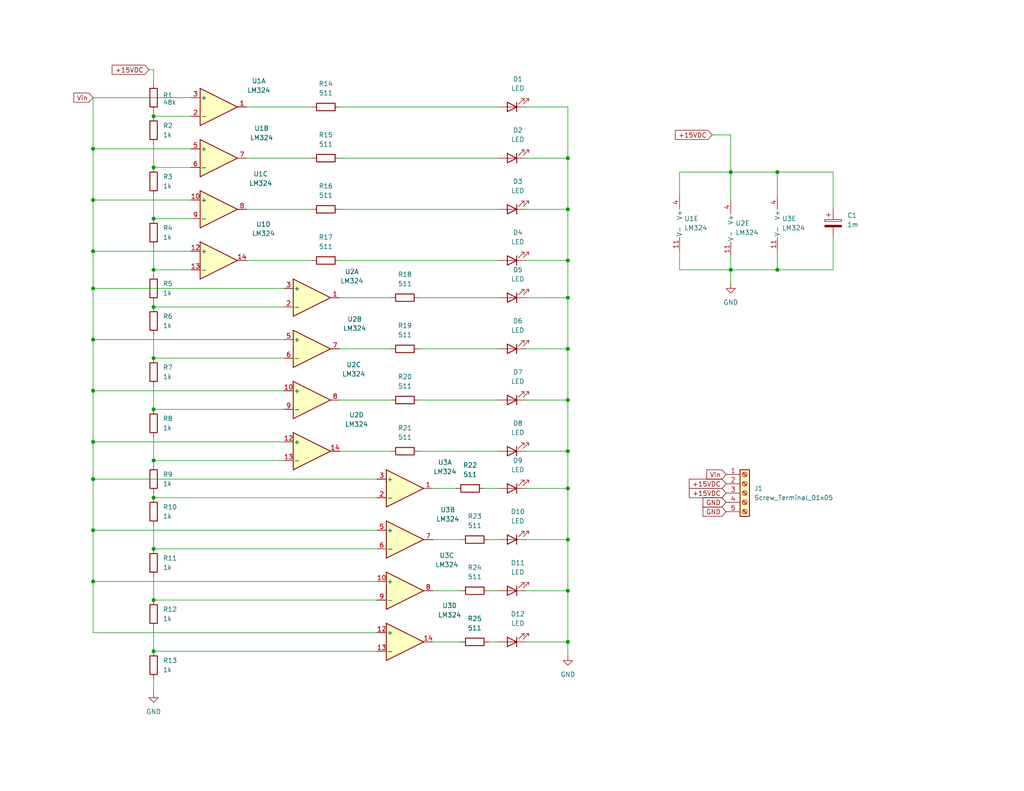
<source format=kicad_sch>
(kicad_sch (version 20231120) (generator "eeschema") (generator_version "8.0")
  (paper "USLetter")
  (title_block (title "LED level comperator") (date "2024-07-09") (company "Hina Suzuki, National Radio Astronomy Observatory") (comment 1 "Same resistor values for R2-R13 -> Linear response") (comment 2 "Linear resistor value change -> log/nonlinear response"))
  (lib_symbols
    (symbol "Amplifier_Operational:LM324" (pin_names (offset 0.127))
      (property "Reference" "U" (at 0 5.08 0))
      (property "Value" "LM324" (at 0 -5.08 0))
      (symbol "LM324_1_1"
        (polyline (pts (xy -5.08 5.08) (xy 5.08 0) (xy -5.08 -5.08) (xy -5.08 5.08)) (stroke (width 0.254)) (fill (type background)))
        (pin output line (at 7.62 0 180) (length 2.54) (name "~") (number "1"))
        (pin input line (at -7.62 -2.54 0) (length 2.54) (name "-") (number "2"))
        (pin input line (at -7.62 2.54 0) (length 2.54) (name "+") (number "3"))
      )
      (symbol "LM324_2_1"
        (polyline (pts (xy -5.08 5.08) (xy 5.08 0) (xy -5.08 -5.08) (xy -5.08 5.08)) (stroke (width 0.254)) (fill (type background)))
        (pin input line (at -7.62 2.54 0) (length 2.54) (name "+") (number "5"))
        (pin input line (at -7.62 -2.54 0) (length 2.54) (name "-") (number "6"))
        (pin output line (at 7.62 0 180) (length 2.54) (name "~") (number "7"))
      )
      (symbol "LM324_3_1"
        (polyline (pts (xy -5.08 5.08) (xy 5.08 0) (xy -5.08 -5.08) (xy -5.08 5.08)) (stroke (width 0.254)) (fill (type background)))
        (pin input line (at -7.62 2.54 0) (length 2.54) (name "+") (number "10"))
        (pin output line (at 7.62 0 180) (length 2.54) (name "~") (number "8"))
        (pin input line (at -7.62 -2.54 0) (length 2.54) (name "-") (number "9"))
      )
      (symbol "LM324_4_1"
        (polyline (pts (xy -5.08 5.08) (xy 5.08 0) (xy -5.08 -5.08) (xy -5.08 5.08)) (stroke (width 0.254)) (fill (type background)))
        (pin input line (at -7.62 2.54 0) (length 2.54) (name "+") (number "12"))
        (pin input line (at -7.62 -2.54 0) (length 2.54) (name "-") (number "13"))
        (pin output line (at 7.62 0 180) (length 2.54) (name "~") (number "14"))
      )
      (symbol "LM324_5_1"
        (pin power_in line (at -2.54 -7.62 90) (length 3.81) (name "V-") (number "11"))
        (pin power_in line (at -2.54 7.62 270) (length 3.81) (name "V+") (number "4"))
      )
    )
    (symbol "Connector:Screw_Terminal_01x05" (pin_names (offset 1.016) hide)
      (property "Reference" "J" (at 0 7.62 0))
      (property "Value" "Screw_Terminal_01x05" (at 0 -7.62 0))
      (symbol "Screw_Terminal_01x05_1_1"
        (rectangle (start -1.27 6.35) (end 1.27 -6.35) (stroke (width 0.254)) (fill (type background)))
        (circle (center 0 -5.08) (radius 0.635) (stroke (width 0.1524)))
        (circle (center 0 -2.54) (radius 0.635) (stroke (width 0.1524)))
        (polyline (pts (xy -0.5334 -4.7498) (xy 0.3302 -5.588)) (stroke (width 0.1524)))
        (polyline (pts (xy -0.5334 -2.2098) (xy 0.3302 -3.048)) (stroke (width 0.1524)))
        (polyline (pts (xy -0.5334 0.3302) (xy 0.3302 -0.508)) (stroke (width 0.1524)))
        (polyline (pts (xy -0.5334 2.8702) (xy 0.3302 2.032)) (stroke (width 0.1524)))
        (polyline (pts (xy -0.5334 5.4102) (xy 0.3302 4.572)) (stroke (width 0.1524)))
        (polyline (pts (xy -0.3556 -4.572) (xy 0.508 -5.4102)) (stroke (width 0.1524)))
        (polyline (pts (xy -0.3556 -2.032) (xy 0.508 -2.8702)) (stroke (width 0.1524)))
        (polyline (pts (xy -0.3556 0.508) (xy 0.508 -0.3302)) (stroke (width 0.1524)))
        (polyline (pts (xy -0.3556 3.048) (xy 0.508 2.2098)) (stroke (width 0.1524)))
        (polyline (pts (xy -0.3556 5.588) (xy 0.508 4.7498)) (stroke (width 0.1524)))
        (circle (center 0 0) (radius 0.635) (stroke (width 0.1524)))
        (circle (center 0 2.54) (radius 0.635) (stroke (width 0.1524)))
        (circle (center 0 5.08) (radius 0.635) (stroke (width 0.1524)))
        (pin passive line (at -5.08 5.08 0) (length 3.81) (name "Pin_1") (number "1"))
        (pin passive line (at -5.08 2.54 0) (length 3.81) (name "Pin_2") (number "2"))
        (pin passive line (at -5.08 0 0) (length 3.81) (name "Pin_3") (number "3"))
        (pin passive line (at -5.08 -2.54 0) (length 3.81) (name "Pin_4") (number "4"))
        (pin passive line (at -5.08 -5.08 0) (length 3.81) (name "Pin_5") (number "5"))
      )
    )
    (symbol "Device:C_Polarized" (pin_numbers hide) (pin_names (offset 0.254))
      (property "Reference" "C" (at 0.635 2.54 0))
      (property "Value" "C_Polarized" (at 0.635 -2.54 0))
      (symbol "C_Polarized_0_1"
        (rectangle (start -2.286 0.508) (end 2.286 1.016))
        (polyline (pts (xy -1.778 2.286) (xy -0.762 2.286)))
        (polyline (pts (xy -1.27 2.794) (xy -1.27 1.778)))
        (rectangle (start 2.286 -0.508) (end -2.286 -1.016) (fill (type outline)))
      )
      (symbol "C_Polarized_1_1"
        (pin passive line (at 0 3.81 270) (length 2.794) (name "~") (number "1"))
        (pin passive line (at 0 -3.81 90) (length 2.794) (name "~") (number "2"))
      )
    )
    (symbol "Device:LED" (pin_numbers hide) (pin_names (offset 1.016) hide)
      (property "Reference" "D" (at 0 2.54 0))
      (property "Value" "LED" (at 0 -2.54 0))
      (symbol "LED_0_1"
        (polyline (pts (xy -1.27 -1.27) (xy -1.27 1.27)) (stroke (width 0.254)))
        (polyline (pts (xy -1.27 0) (xy 1.27 0)))
        (polyline (pts (xy 1.27 -1.27) (xy 1.27 1.27) (xy -1.27 0) (xy 1.27 -1.27)) (stroke (width 0.254)))
        (polyline (pts (xy -3.048 -0.762) (xy -4.572 -2.286) (xy -3.81 -2.286) (xy -4.572 -2.286) (xy -4.572 -1.524)))
        (polyline (pts (xy -1.778 -0.762) (xy -3.302 -2.286) (xy -2.54 -2.286) (xy -3.302 -2.286) (xy -3.302 -1.524)))
      )
      (symbol "LED_1_1"
        (pin passive line (at -3.81 0 0) (length 2.54) (name "K") (number "1"))
        (pin passive line (at 3.81 0 180) (length 2.54) (name "A") (number "2"))
      )
    )
    (symbol "Device:R" (pin_numbers hide) (pin_names (offset 0))
      (property "Reference" "R" (at 2.032 0 90))
      (property "Value" "R" (at 0 0 90))
      (symbol "R_0_1"
        (rectangle (start -1.016 -2.54) (end 1.016 2.54) (stroke (width 0.254)))
      )
      (symbol "R_1_1"
        (pin passive line (at 0 3.81 270) (length 1.27) (name "~") (number "1"))
        (pin passive line (at 0 -3.81 90) (length 1.27) (name "~") (number "2"))
      )
    )
    (symbol "power:GND" (power) (pin_numbers hide) (pin_names (offset 0) hide)
      (property "Value" "GND" (at 0 -3.81 0))
      (symbol "GND_0_1"
        (polyline (pts (xy 0 0) (xy 0 -1.27) (xy 1.27 -1.27) (xy 0 -2.54) (xy -1.27 -1.27) (xy 0 -1.27)))
      )
      (symbol "GND_1_1"
        (pin power_in line (at 0 0 270) (length 0) (name "~") (number "1"))
      )
    )
  )
  (junction (at 154.94 81.28))
  (junction (at 199.39 46.99))
  (junction (at 41.91 149.86))
  (junction (at 154.94 123.19))
  (junction (at 25.4 130.81))
  (junction (at 41.91 83.82))
  (junction (at 154.94 147.32))
  (junction (at 212.09 73.66))
  (junction (at 41.91 73.66))
  (junction (at 41.91 97.79))
  (junction (at 41.91 45.72))
  (junction (at 41.91 59.69))
  (junction (at 154.94 95.25))
  (junction (at 41.91 111.76))
  (junction (at 25.4 68.58))
  (junction (at 154.94 133.35))
  (junction (at 154.94 161.29))
  (junction (at 154.94 57.15))
  (junction (at 25.4 106.68))
  (junction (at 25.4 120.65))
  (junction (at 41.91 177.8))
  (junction (at 199.39 73.66))
  (junction (at 41.91 163.83))
  (junction (at 154.94 175.26))
  (junction (at 41.91 125.73))
  (junction (at 41.91 31.75))
  (junction (at 25.4 54.61))
  (junction (at 25.4 92.71))
  (junction (at 25.4 158.75))
  (junction (at 25.4 144.78))
  (junction (at 154.94 71.12))
  (junction (at 25.4 78.74))
  (junction (at 25.4 40.64))
  (junction (at 154.94 43.18))
  (junction (at 154.94 109.22))
  (junction (at 41.91 135.89))
  (junction (at 212.09 46.99))
  (wire (pts (xy 41.91 125.73) (xy 41.91 127)))
  (wire (pts (xy 41.91 39.37) (xy 41.91 45.72)))
  (wire (pts (xy 199.39 69.85) (xy 199.39 73.66)))
  (wire (pts (xy 41.91 19.05) (xy 41.91 22.86)))
  (wire (pts (xy 92.71 43.18) (xy 135.89 43.18)))
  (wire (pts (xy 154.94 109.22) (xy 154.94 95.25)))
  (wire (pts (xy 118.11 147.32) (xy 125.73 147.32)))
  (wire (pts (xy 92.71 95.25) (xy 106.68 95.25)))
  (wire (pts (xy 154.94 161.29) (xy 154.94 147.32)))
  (wire (pts (xy 143.51 29.21) (xy 154.94 29.21)))
  (wire (pts (xy 25.4 144.78) (xy 25.4 158.75)))
  (wire (pts (xy 41.91 83.82) (xy 77.47 83.82)))
  (wire (pts (xy 133.35 175.26) (xy 135.89 175.26)))
  (wire (pts (xy 25.4 78.74) (xy 77.47 78.74)))
  (wire (pts (xy 143.51 71.12) (xy 154.94 71.12)))
  (wire (pts (xy 41.91 157.48) (xy 41.91 163.83)))
  (wire (pts (xy 212.09 46.99) (xy 199.39 46.99)))
  (wire (pts (xy 25.4 158.75) (xy 25.4 172.72)))
  (wire (pts (xy 25.4 158.75) (xy 102.87 158.75)))
  (wire (pts (xy 154.94 123.19) (xy 154.94 109.22)))
  (wire (pts (xy 41.91 149.86) (xy 102.87 149.86)))
  (wire (pts (xy 143.51 43.18) (xy 154.94 43.18)))
  (wire (pts (xy 25.4 144.78) (xy 102.87 144.78)))
  (wire (pts (xy 25.4 78.74) (xy 25.4 92.71)))
  (wire (pts (xy 132.08 133.35) (xy 135.89 133.35)))
  (wire (pts (xy 25.4 40.64) (xy 25.4 54.61)))
  (wire (pts (xy 25.4 106.68) (xy 77.47 106.68)))
  (wire (pts (xy 154.94 175.26) (xy 154.94 161.29)))
  (wire (pts (xy 227.33 64.77) (xy 227.33 73.66)))
  (wire (pts (xy 25.4 54.61) (xy 52.07 54.61)))
  (wire (pts (xy 194.31 36.83) (xy 199.39 36.83)))
  (wire (pts (xy 227.33 57.15) (xy 227.33 46.99)))
  (wire (pts (xy 199.39 46.99) (xy 199.39 54.61)))
  (wire (pts (xy 41.91 135.89) (xy 102.87 135.89)))
  (wire (pts (xy 154.94 57.15) (xy 154.94 43.18)))
  (wire (pts (xy 41.91 105.41) (xy 41.91 111.76)))
  (wire (pts (xy 92.71 123.19) (xy 106.68 123.19)))
  (wire (pts (xy 143.51 133.35) (xy 154.94 133.35)))
  (wire (pts (xy 114.3 123.19) (xy 135.89 123.19)))
  (wire (pts (xy 154.94 133.35) (xy 154.94 123.19)))
  (wire (pts (xy 52.07 31.75) (xy 41.91 31.75)))
  (wire (pts (xy 25.4 120.65) (xy 25.4 130.81)))
  (wire (pts (xy 143.51 175.26) (xy 154.94 175.26)))
  (wire (pts (xy 25.4 172.72) (xy 102.87 172.72)))
  (wire (pts (xy 92.71 109.22) (xy 106.68 109.22)))
  (wire (pts (xy 102.87 163.83) (xy 41.91 163.83)))
  (wire (pts (xy 143.51 57.15) (xy 154.94 57.15)))
  (wire (pts (xy 212.09 68.58) (xy 212.09 73.66)))
  (wire (pts (xy 185.42 46.99) (xy 185.42 53.34)))
  (wire (pts (xy 25.4 130.81) (xy 102.87 130.81)))
  (wire (pts (xy 41.91 45.72) (xy 52.07 45.72)))
  (wire (pts (xy 114.3 109.22) (xy 135.89 109.22)))
  (wire (pts (xy 118.11 133.35) (xy 124.46 133.35)))
  (wire (pts (xy 25.4 130.81) (xy 25.4 144.78)))
  (wire (pts (xy 41.91 177.8) (xy 102.87 177.8)))
  (wire (pts (xy 41.91 134.62) (xy 41.91 135.89)))
  (wire (pts (xy 25.4 92.71) (xy 25.4 106.68)))
  (wire (pts (xy 41.91 73.66) (xy 41.91 74.93)))
  (wire (pts (xy 199.39 36.83) (xy 199.39 46.99)))
  (wire (pts (xy 67.31 43.18) (xy 85.09 43.18)))
  (wire (pts (xy 199.39 73.66) (xy 185.42 73.66)))
  (wire (pts (xy 212.09 73.66) (xy 199.39 73.66)))
  (wire (pts (xy 92.71 71.12) (xy 135.89 71.12)))
  (wire (pts (xy 92.71 29.21) (xy 135.89 29.21)))
  (wire (pts (xy 212.09 46.99) (xy 212.09 53.34)))
  (wire (pts (xy 133.35 147.32) (xy 135.89 147.32)))
  (wire (pts (xy 92.71 81.28) (xy 106.68 81.28)))
  (wire (pts (xy 67.31 29.21) (xy 85.09 29.21)))
  (wire (pts (xy 185.42 68.58) (xy 185.42 73.66)))
  (wire (pts (xy 199.39 46.99) (xy 185.42 46.99)))
  (wire (pts (xy 25.4 54.61) (xy 25.4 68.58)))
  (wire (pts (xy 114.3 95.25) (xy 135.89 95.25)))
  (wire (pts (xy 199.39 73.66) (xy 199.39 77.47)))
  (wire (pts (xy 25.4 68.58) (xy 52.07 68.58)))
  (wire (pts (xy 143.51 81.28) (xy 154.94 81.28)))
  (wire (pts (xy 25.4 26.67) (xy 25.4 40.64)))
  (wire (pts (xy 143.51 147.32) (xy 154.94 147.32)))
  (wire (pts (xy 143.51 109.22) (xy 154.94 109.22)))
  (wire (pts (xy 67.31 57.15) (xy 85.09 57.15)))
  (wire (pts (xy 41.91 91.44) (xy 41.91 97.79)))
  (wire (pts (xy 154.94 81.28) (xy 154.94 71.12)))
  (wire (pts (xy 154.94 95.25) (xy 154.94 81.28)))
  (wire (pts (xy 41.91 30.48) (xy 41.91 31.75)))
  (wire (pts (xy 25.4 106.68) (xy 25.4 120.65)))
  (wire (pts (xy 25.4 68.58) (xy 25.4 78.74)))
  (wire (pts (xy 154.94 71.12) (xy 154.94 57.15)))
  (wire (pts (xy 227.33 46.99) (xy 212.09 46.99)))
  (wire (pts (xy 118.11 161.29) (xy 125.73 161.29)))
  (wire (pts (xy 143.51 95.25) (xy 154.94 95.25)))
  (wire (pts (xy 52.07 26.67) (xy 25.4 26.67)))
  (wire (pts (xy 143.51 123.19) (xy 154.94 123.19)))
  (wire (pts (xy 41.91 119.38) (xy 41.91 125.73)))
  (wire (pts (xy 25.4 120.65) (xy 77.47 120.65)))
  (wire (pts (xy 154.94 147.32) (xy 154.94 133.35)))
  (wire (pts (xy 227.33 73.66) (xy 212.09 73.66)))
  (wire (pts (xy 25.4 40.64) (xy 52.07 40.64)))
  (wire (pts (xy 118.11 175.26) (xy 125.73 175.26)))
  (wire (pts (xy 154.94 43.18) (xy 154.94 29.21)))
  (wire (pts (xy 41.91 67.31) (xy 41.91 73.66)))
  (wire (pts (xy 41.91 73.66) (xy 52.07 73.66)))
  (wire (pts (xy 133.35 161.29) (xy 135.89 161.29)))
  (wire (pts (xy 41.91 111.76) (xy 77.47 111.76)))
  (wire (pts (xy 40.64 19.05) (xy 41.91 19.05)))
  (wire (pts (xy 114.3 81.28) (xy 135.89 81.28)))
  (wire (pts (xy 67.31 71.12) (xy 85.09 71.12)))
  (wire (pts (xy 41.91 97.79) (xy 77.47 97.79)))
  (wire (pts (xy 41.91 82.55) (xy 41.91 83.82)))
  (wire (pts (xy 41.91 143.51) (xy 41.91 149.86)))
  (wire (pts (xy 41.91 125.73) (xy 77.47 125.73)))
  (wire (pts (xy 41.91 171.45) (xy 41.91 177.8)))
  (wire (pts (xy 92.71 57.15) (xy 135.89 57.15)))
  (wire (pts (xy 41.91 185.42) (xy 41.91 189.23)))
  (wire (pts (xy 77.47 92.71) (xy 25.4 92.71)))
  (wire (pts (xy 143.51 161.29) (xy 154.94 161.29)))
  (wire (pts (xy 41.91 53.34) (xy 41.91 59.69)))
  (wire (pts (xy 41.91 59.69) (xy 52.07 59.69)))
  (wire (pts (xy 154.94 179.07) (xy 154.94 175.26)))
  (global_label "+15VDC" (shape input) (at 198.12 132.08 180) (property "Intersheetrefs" "${INTERSHEET_REFS}" (effects (hide yes))))
  (global_label "Vin" (shape input) (at 25.4 26.67 180) (property "Intersheetrefs" "${INTERSHEET_REFS}" (effects (hide yes))))
  (global_label "+15VDC" (shape input) (at 40.64 19.05 180) (property "Intersheetrefs" "${INTERSHEET_REFS}" (effects (hide yes))))
  (global_label "+15VDC" (shape input) (at 194.31 36.83 180) (property "Intersheetrefs" "${INTERSHEET_REFS}" (effects (hide yes))))
  (global_label "GND" (shape input) (at 198.12 137.16 180) (property "Intersheetrefs" "${INTERSHEET_REFS}" (effects (hide yes))))
  (global_label "Vin" (shape input) (at 198.12 129.54 180) (property "Intersheetrefs" "${INTERSHEET_REFS}" (effects (hide yes))))
  (global_label "GND" (shape input) (at 198.12 139.7 180) (property "Intersheetrefs" "${INTERSHEET_REFS}" (effects (hide yes))))
  (global_label "+15VDC" (shape input) (at 198.12 134.62 180) (property "Intersheetrefs" "${INTERSHEET_REFS}" (effects (hide yes))))
  (symbol (lib_id "Amplifier_Operational:LM324") (at 110.49 147.32 0) (unit 2)
    (property "Reference" "U3" (at 122.174 139.192 0))
    (property "Value" "LM324" (at 122.174 141.732 0))
    (property "Footprint" "Package_DIP:DIP-14_W7.62mm" (effects (hide yes)))
    (property "Datasheet" "http://www.ti.com/lit/ds/symlink/lm2902-n.pdf" (effects (hide yes)))
    (property "Description" "Low-Power, Quad-Operational Amplifiers, DIP-14/SOIC-14/SSOP-14" (effects (hide yes)))
  )
  (symbol (lib_id "Device:R") (at 41.91 35.56 0) (unit 1)
    (property "Reference" "R2" (at 44.45 34.2899 0) (effects (justify left)))
    (property "Value" "1k" (at 44.45 36.8299 0) (effects (justify left)))
    (property "Footprint" "Resistor_SMD:R_0805_2012Metric_Pad1.20x1.40mm_HandSolder" (effects (hide yes)))
    (property "Description" "Resistor" (effects (hide yes)))
  )
  (symbol (lib_id "Device:R") (at 41.91 115.57 0) (unit 1)
    (property "Reference" "R8" (at 44.45 114.2999 0) (effects (justify left)))
    (property "Value" "1k" (at 44.45 116.8399 0) (effects (justify left)))
    (property "Footprint" "Resistor_SMD:R_0805_2012Metric_Pad1.20x1.40mm_HandSolder" (effects (hide yes)))
    (property "Description" "Resistor" (effects (hide yes)))
  )
  (symbol (lib_id "Device:R") (at 110.49 109.22 90) (unit 1)
    (property "Reference" "R20" (at 110.49 102.87 90))
    (property "Value" "511" (at 110.49 105.41 90))
    (property "Footprint" "Resistor_SMD:R_0805_2012Metric_Pad1.20x1.40mm_HandSolder" (effects (hide yes)))
    (property "Description" "Resistor" (effects (hide yes)))
  )
  (symbol (lib_id "Amplifier_Operational:LM324") (at 85.09 95.25 0) (unit 2)
    (property "Reference" "U2" (at 96.774 87.122 0))
    (property "Value" "LM324" (at 96.774 89.662 0))
    (property "Footprint" "Package_DIP:DIP-14_W7.62mm" (effects (hide yes)))
    (property "Datasheet" "http://www.ti.com/lit/ds/symlink/lm2902-n.pdf" (effects (hide yes)))
    (property "Description" "Low-Power, Quad-Operational Amplifiers, DIP-14/SOIC-14/SSOP-14" (effects (hide yes)))
  )
  (symbol (lib_id "Device:LED") (at 139.7 175.26 180) (unit 1)
    (property "Reference" "D12" (at 141.2875 167.64 0))
    (property "Value" "LED" (at 141.2875 170.18 0))
    (property "Footprint" "LED_THT:LED_D5.0mm" (effects (hide yes)))
    (property "Description" "Light emitting diode" (effects (hide yes)))
  )
  (symbol (lib_id "Amplifier_Operational:LM324") (at 85.09 81.28 0) (unit 1)
    (property "Reference" "U2" (at 96.012 74.168 0))
    (property "Value" "LM324" (at 96.012 76.708 0))
    (property "Footprint" "Package_DIP:DIP-14_W7.62mm" (effects (hide yes)))
    (property "Datasheet" "http://www.ti.com/lit/ds/symlink/lm2902-n.pdf" (effects (hide yes)))
    (property "Description" "Low-Power, Quad-Operational Amplifiers, DIP-14/SOIC-14/SSOP-14" (effects (hide yes)))
  )
  (symbol (lib_id "Amplifier_Operational:LM324") (at 59.69 57.15 0) (unit 3)
    (property "Reference" "U1" (at 71.12 47.498 0))
    (property "Value" "LM324" (at 71.12 50.038 0))
    (property "Footprint" "Package_DIP:DIP-14_W7.62mm" (effects (hide yes)))
    (property "Datasheet" "http://www.ti.com/lit/ds/symlink/lm2902-n.pdf" (effects (hide yes)))
    (property "Description" "Low-Power, Quad-Operational Amplifiers, DIP-14/SOIC-14/SSOP-14" (effects (hide yes)))
  )
  (symbol (lib_id "Device:LED") (at 139.7 29.21 180) (unit 1)
    (property "Reference" "D1" (at 141.2875 21.59 0))
    (property "Value" "LED" (at 141.2875 24.13 0))
    (property "Footprint" "LED_THT:LED_D5.0mm" (effects (hide yes)))
    (property "Description" "Light emitting diode" (effects (hide yes)))
  )
  (symbol (lib_id "Device:R") (at 129.54 147.32 90) (unit 1)
    (property "Reference" "R23" (at 129.54 140.97 90))
    (property "Value" "511" (at 129.54 143.51 90))
    (property "Footprint" "Resistor_SMD:R_0805_2012Metric_Pad1.20x1.40mm_HandSolder" (effects (hide yes)))
    (property "Description" "Resistor" (effects (hide yes)))
  )
  (symbol (lib_id "Device:LED") (at 139.7 43.18 180) (unit 1)
    (property "Reference" "D2" (at 141.2875 35.56 0))
    (property "Value" "LED" (at 141.2875 38.1 0))
    (property "Footprint" "LED_THT:LED_D5.0mm" (effects (hide yes)))
    (property "Description" "Light emitting diode" (effects (hide yes)))
  )
  (symbol (lib_id "power:GND") (at 199.39 77.47 0) (unit 1)
    (property "Reference" "#PWR02" (effects (hide yes)))
    (property "Value" "GND" (at 199.39 82.55 0))
    (property "Description" "Power symbol creates a global label with name \"GND\" , ground" (effects (hide yes)))
  )
  (symbol (lib_id "Device:R") (at 41.91 139.7 0) (unit 1)
    (property "Reference" "R10" (at 44.45 138.4299 0) (effects (justify left)))
    (property "Value" "1k" (at 44.45 140.9699 0) (effects (justify left)))
    (property "Footprint" "Resistor_SMD:R_0805_2012Metric_Pad1.20x1.40mm_HandSolder" (effects (hide yes)))
    (property "Description" "Resistor" (effects (hide yes)))
  )
  (symbol (lib_id "Device:C_Polarized") (at 227.33 60.96 0) (unit 1)
    (property "Reference" "C1" (at 231.14 58.8009 0) (effects (justify left)))
    (property "Value" "1m" (at 231.14 61.3409 0) (effects (justify left)))
    (property "Footprint" "Capacitor_THT:CP_Radial_D10.0mm_P5.00mm" (effects (hide yes)))
    (property "Description" "Polarized capacitor" (effects (hide yes)))
  )
  (symbol (lib_id "Amplifier_Operational:LM324") (at 187.96 60.96 0) (unit 5)
    (property "Reference" "U1" (at 186.69 59.6899 0) (effects (justify left)))
    (property "Value" "LM324" (at 186.69 62.2299 0) (effects (justify left)))
    (property "Footprint" "Package_DIP:DIP-14_W7.62mm" (effects (hide yes)))
    (property "Datasheet" "http://www.ti.com/lit/ds/symlink/lm2902-n.pdf" (effects (hide yes)))
    (property "Description" "Low-Power, Quad-Operational Amplifiers, DIP-14/SOIC-14/SSOP-14" (effects (hide yes)))
  )
  (symbol (lib_id "Device:R") (at 41.91 130.81 0) (unit 1)
    (property "Reference" "R9" (at 44.45 129.5399 0) (effects (justify left)))
    (property "Value" "1k" (at 44.45 132.0799 0) (effects (justify left)))
    (property "Footprint" "Resistor_SMD:R_0805_2012Metric_Pad1.20x1.40mm_HandSolder" (effects (hide yes)))
    (property "Description" "Resistor" (effects (hide yes)))
  )
  (symbol (lib_id "Amplifier_Operational:LM324") (at 85.09 109.22 0) (unit 3)
    (property "Reference" "U2" (at 96.52 99.568 0))
    (property "Value" "LM324" (at 96.52 102.108 0))
    (property "Footprint" "Package_DIP:DIP-14_W7.62mm" (effects (hide yes)))
    (property "Datasheet" "http://www.ti.com/lit/ds/symlink/lm2902-n.pdf" (effects (hide yes)))
    (property "Description" "Low-Power, Quad-Operational Amplifiers, DIP-14/SOIC-14/SSOP-14" (effects (hide yes)))
  )
  (symbol (lib_id "Device:R") (at 129.54 161.29 90) (unit 1)
    (property "Reference" "R24" (at 129.54 154.94 90))
    (property "Value" "511" (at 129.54 157.48 90))
    (property "Footprint" "Resistor_SMD:R_0805_2012Metric_Pad1.20x1.40mm_HandSolder" (effects (hide yes)))
    (property "Description" "Resistor" (effects (hide yes)))
  )
  (symbol (lib_id "Device:R") (at 41.91 101.6 0) (unit 1)
    (property "Reference" "R7" (at 44.45 100.3299 0) (effects (justify left)))
    (property "Value" "1k" (at 44.45 102.8699 0) (effects (justify left)))
    (property "Footprint" "Resistor_SMD:R_0805_2012Metric_Pad1.20x1.40mm_HandSolder" (effects (hide yes)))
    (property "Description" "Resistor" (effects (hide yes)))
  )
  (symbol (lib_id "Device:R") (at 41.91 87.63 0) (unit 1)
    (property "Reference" "R6" (at 44.45 86.3599 0) (effects (justify left)))
    (property "Value" "1k" (at 44.45 88.8999 0) (effects (justify left)))
    (property "Footprint" "Resistor_SMD:R_0805_2012Metric_Pad1.20x1.40mm_HandSolder" (effects (hide yes)))
    (property "Description" "Resistor" (effects (hide yes)))
  )
  (symbol (lib_id "Device:R") (at 110.49 95.25 90) (unit 1)
    (property "Reference" "R19" (at 110.49 88.9 90))
    (property "Value" "511" (at 110.49 91.44 90))
    (property "Footprint" "Resistor_SMD:R_0805_2012Metric_Pad1.20x1.40mm_HandSolder" (effects (hide yes)))
    (property "Description" "Resistor" (effects (hide yes)))
  )
  (symbol (lib_id "Device:R") (at 88.9 43.18 90) (unit 1)
    (property "Reference" "R15" (at 88.9 36.83 90))
    (property "Value" "511" (at 88.9 39.37 90))
    (property "Footprint" "Resistor_SMD:R_0805_2012Metric_Pad1.20x1.40mm_HandSolder" (effects (hide yes)))
    (property "Description" "Resistor" (effects (hide yes)))
  )
  (symbol (lib_id "Device:R") (at 128.27 133.35 90) (unit 1)
    (property "Reference" "R22" (at 128.27 127 90))
    (property "Value" "511" (at 128.27 129.54 90))
    (property "Footprint" "Resistor_SMD:R_0805_2012Metric_Pad1.20x1.40mm_HandSolder" (effects (hide yes)))
    (property "Description" "Resistor" (effects (hide yes)))
  )
  (symbol (lib_id "Device:R") (at 110.49 123.19 90) (unit 1)
    (property "Reference" "R21" (at 110.49 116.84 90))
    (property "Value" "511" (at 110.49 119.38 90))
    (property "Footprint" "Resistor_SMD:R_0805_2012Metric_Pad1.20x1.40mm_HandSolder" (effects (hide yes)))
    (property "Description" "Resistor" (effects (hide yes)))
  )
  (symbol (lib_id "Device:R") (at 41.91 78.74 0) (unit 1)
    (property "Reference" "R5" (at 44.45 77.4699 0) (effects (justify left)))
    (property "Value" "1k" (at 44.45 80.0099 0) (effects (justify left)))
    (property "Footprint" "Resistor_SMD:R_0805_2012Metric_Pad1.20x1.40mm_HandSolder" (effects (hide yes)))
    (property "Description" "Resistor" (effects (hide yes)))
  )
  (symbol (lib_id "Amplifier_Operational:LM324") (at 110.49 133.35 0) (unit 1)
    (property "Reference" "U3" (at 121.412 126.238 0))
    (property "Value" "LM324" (at 121.412 128.778 0))
    (property "Footprint" "Package_DIP:DIP-14_W7.62mm" (effects (hide yes)))
    (property "Datasheet" "http://www.ti.com/lit/ds/symlink/lm2902-n.pdf" (effects (hide yes)))
    (property "Description" "Low-Power, Quad-Operational Amplifiers, DIP-14/SOIC-14/SSOP-14" (effects (hide yes)))
  )
  (symbol (lib_id "Device:LED") (at 139.7 71.12 180) (unit 1)
    (property "Reference" "D4" (at 141.2875 63.5 0))
    (property "Value" "LED" (at 141.2875 66.04 0))
    (property "Footprint" "LED_THT:LED_D5.0mm" (effects (hide yes)))
    (property "Description" "Light emitting diode" (effects (hide yes)))
  )
  (symbol (lib_id "Device:R") (at 88.9 29.21 90) (unit 1)
    (property "Reference" "R14" (at 88.9 22.86 90))
    (property "Value" "511" (at 88.9 25.4 90))
    (property "Footprint" "Resistor_SMD:R_0805_2012Metric_Pad1.20x1.40mm_HandSolder" (effects (hide yes)))
    (property "Description" "Resistor" (effects (hide yes)))
  )
  (symbol (lib_id "Amplifier_Operational:LM324") (at 59.69 43.18 0) (unit 2)
    (property "Reference" "U1" (at 71.374 35.052 0))
    (property "Value" "LM324" (at 71.374 37.592 0))
    (property "Footprint" "Package_DIP:DIP-14_W7.62mm" (effects (hide yes)))
    (property "Datasheet" "http://www.ti.com/lit/ds/symlink/lm2902-n.pdf" (effects (hide yes)))
    (property "Description" "Low-Power, Quad-Operational Amplifiers, DIP-14/SOIC-14/SSOP-14" (effects (hide yes)))
  )
  (symbol (lib_id "Amplifier_Operational:LM324") (at 59.69 29.21 0) (unit 1)
    (property "Reference" "U1" (at 70.612 22.098 0))
    (property "Value" "LM324" (at 70.612 24.638 0))
    (property "Footprint" "Package_DIP:DIP-14_W7.62mm" (effects (hide yes)))
    (property "Datasheet" "http://www.ti.com/lit/ds/symlink/lm2902-n.pdf" (effects (hide yes)))
    (property "Description" "Low-Power, Quad-Operational Amplifiers, DIP-14/SOIC-14/SSOP-14" (effects (hide yes)))
  )
  (symbol (lib_id "Connector:Screw_Terminal_01x05") (at 203.2 134.62 0) (unit 1)
    (property "Reference" "J1" (at 205.74 133.3499 0) (effects (justify left)))
    (property "Value" "Screw_Terminal_01x05" (at 205.74 135.8899 0) (effects (justify left)))
    (property "Footprint" "TerminalBlock_Phoenix:TerminalBlock_Phoenix_MKDS-3-5-5.08_1x05_P5.08mm_Horizontal" (effects (hide yes)))
    (property "Description" "Generic screw terminal, single row, 01x05, script generated (kicad-library-utils/schlib/autogen/connector/)" (effects (hide yes)))
  )
  (symbol (lib_id "Device:R") (at 41.91 153.67 0) (unit 1)
    (property "Reference" "R11" (at 44.45 152.3999 0) (effects (justify left)))
    (property "Value" "1k" (at 44.45 154.9399 0) (effects (justify left)))
    (property "Footprint" "Resistor_SMD:R_0805_2012Metric_Pad1.20x1.40mm_HandSolder" (effects (hide yes)))
    (property "Description" "Resistor" (effects (hide yes)))
  )
  (symbol (lib_id "Amplifier_Operational:LM324") (at 214.63 60.96 0) (unit 5)
    (property "Reference" "U3" (at 213.36 59.6899 0) (effects (justify left)))
    (property "Value" "LM324" (at 213.36 62.2299 0) (effects (justify left)))
    (property "Footprint" "Package_DIP:DIP-14_W7.62mm" (effects (hide yes)))
    (property "Datasheet" "http://www.ti.com/lit/ds/symlink/lm2902-n.pdf" (effects (hide yes)))
    (property "Description" "Low-Power, Quad-Operational Amplifiers, DIP-14/SOIC-14/SSOP-14" (effects (hide yes)))
  )
  (symbol (lib_id "Device:R") (at 41.91 167.64 0) (unit 1)
    (property "Reference" "R12" (at 44.45 166.3699 0) (effects (justify left)))
    (property "Value" "1k" (at 44.45 168.9099 0) (effects (justify left)))
    (property "Footprint" "Resistor_SMD:R_0805_2012Metric_Pad1.20x1.40mm_HandSolder" (effects (hide yes)))
    (property "Description" "Resistor" (effects (hide yes)))
  )
  (symbol (lib_id "Device:LED") (at 139.7 95.25 180) (unit 1)
    (property "Reference" "D6" (at 141.2875 87.63 0))
    (property "Value" "LED" (at 141.2875 90.17 0))
    (property "Footprint" "LED_THT:LED_D5.0mm" (effects (hide yes)))
    (property "Description" "Light emitting diode" (effects (hide yes)))
  )
  (symbol (lib_id "Device:LED") (at 139.7 109.22 180) (unit 1)
    (property "Reference" "D7" (at 141.2875 101.6 0))
    (property "Value" "LED" (at 141.2875 104.14 0))
    (property "Footprint" "LED_THT:LED_D5.0mm" (effects (hide yes)))
    (property "Description" "Light emitting diode" (effects (hide yes)))
  )
  (symbol (lib_id "power:GND") (at 41.91 189.23 0) (unit 1)
    (property "Reference" "#PWR04" (effects (hide yes)))
    (property "Value" "GND" (at 41.91 194.31 0))
    (property "Description" "Power symbol creates a global label with name \"GND\" , ground" (effects (hide yes)))
  )
  (symbol (lib_id "Amplifier_Operational:LM324") (at 110.49 161.29 0) (unit 3)
    (property "Reference" "U3" (at 121.92 151.638 0))
    (property "Value" "LM324" (at 121.92 154.178 0))
    (property "Footprint" "Package_DIP:DIP-14_W7.62mm" (effects (hide yes)))
    (property "Datasheet" "http://www.ti.com/lit/ds/symlink/lm2902-n.pdf" (effects (hide yes)))
    (property "Description" "Low-Power, Quad-Operational Amplifiers, DIP-14/SOIC-14/SSOP-14" (effects (hide yes)))
  )
  (symbol (lib_id "Device:LED") (at 139.7 147.32 180) (unit 1)
    (property "Reference" "D10" (at 141.2875 139.7 0))
    (property "Value" "LED" (at 141.2875 142.24 0))
    (property "Footprint" "LED_THT:LED_D5.0mm" (effects (hide yes)))
    (property "Description" "Light emitting diode" (effects (hide yes)))
  )
  (symbol (lib_id "Device:R") (at 41.91 26.67 0) (unit 1)
    (property "Reference" "R1" (at 44.45 26.0349 0) (effects (justify left)))
    (property "Value" "48k" (at 44.45 27.94 0) (effects (justify left)))
    (property "Footprint" "Resistor_SMD:R_0805_2012Metric_Pad1.20x1.40mm_HandSolder" (effects (hide yes)))
    (property "Description" "Resistor" (effects (hide yes)))
  )
  (symbol (lib_id "Device:R") (at 41.91 181.61 0) (unit 1)
    (property "Reference" "R13" (at 44.45 180.3399 0) (effects (justify left)))
    (property "Value" "1k" (at 44.45 182.8799 0) (effects (justify left)))
    (property "Footprint" "Resistor_SMD:R_0805_2012Metric_Pad1.20x1.40mm_HandSolder" (effects (hide yes)))
    (property "Description" "Resistor" (effects (hide yes)))
  )
  (symbol (lib_id "Device:R") (at 88.9 57.15 90) (unit 1)
    (property "Reference" "R16" (at 88.9 50.8 90))
    (property "Value" "511" (at 88.9 53.34 90))
    (property "Footprint" "Resistor_SMD:R_0805_2012Metric_Pad1.20x1.40mm_HandSolder" (effects (hide yes)))
    (property "Description" "Resistor" (effects (hide yes)))
  )
  (symbol (lib_id "Device:R") (at 129.54 175.26 90) (unit 1)
    (property "Reference" "R25" (at 129.54 168.91 90))
    (property "Value" "511" (at 129.54 171.45 90))
    (property "Footprint" "Resistor_SMD:R_0805_2012Metric_Pad1.20x1.40mm_HandSolder" (effects (hide yes)))
    (property "Description" "Resistor" (effects (hide yes)))
  )
  (symbol (lib_id "power:GND") (at 154.94 179.07 0) (unit 1)
    (property "Reference" "#PWR01" (effects (hide yes)))
    (property "Value" "GND" (at 154.94 184.15 0))
    (property "Description" "Power symbol creates a global label with name \"GND\" , ground" (effects (hide yes)))
  )
  (symbol (lib_id "Amplifier_Operational:LM324") (at 201.93 62.23 0) (unit 5)
    (property "Reference" "U2" (at 200.66 60.9599 0) (effects (justify left)))
    (property "Value" "LM324" (at 200.66 63.4999 0) (effects (justify left)))
    (property "Footprint" "Package_DIP:DIP-14_W7.62mm" (effects (hide yes)))
    (property "Datasheet" "http://www.ti.com/lit/ds/symlink/lm2902-n.pdf" (effects (hide yes)))
    (property "Description" "Low-Power, Quad-Operational Amplifiers, DIP-14/SOIC-14/SSOP-14" (effects (hide yes)))
  )
  (symbol (lib_id "Device:R") (at 88.9 71.12 90) (unit 1)
    (property "Reference" "R17" (at 88.9 64.77 90))
    (property "Value" "511" (at 88.9 67.31 90))
    (property "Footprint" "Resistor_SMD:R_0805_2012Metric_Pad1.20x1.40mm_HandSolder" (effects (hide yes)))
    (property "Description" "Resistor" (effects (hide yes)))
  )
  (symbol (lib_id "Amplifier_Operational:LM324") (at 85.09 123.19 0) (unit 4)
    (property "Reference" "U2" (at 97.282 113.284 0))
    (property "Value" "LM324" (at 97.282 115.824 0))
    (property "Footprint" "Package_DIP:DIP-14_W7.62mm" (effects (hide yes)))
    (property "Datasheet" "http://www.ti.com/lit/ds/symlink/lm2902-n.pdf" (effects (hide yes)))
    (property "Description" "Low-Power, Quad-Operational Amplifiers, DIP-14/SOIC-14/SSOP-14" (effects (hide yes)))
  )
  (symbol (lib_id "Device:R") (at 41.91 49.53 0) (unit 1)
    (property "Reference" "R3" (at 44.45 48.2599 0) (effects (justify left)))
    (property "Value" "1k" (at 44.45 50.7999 0) (effects (justify left)))
    (property "Footprint" "Resistor_SMD:R_0805_2012Metric_Pad1.20x1.40mm_HandSolder" (effects (hide yes)))
    (property "Description" "Resistor" (effects (hide yes)))
  )
  (symbol (lib_id "Device:LED") (at 139.7 123.19 180) (unit 1)
    (property "Reference" "D8" (at 141.2875 115.57 0))
    (property "Value" "LED" (at 141.2875 118.11 0))
    (property "Footprint" "LED_THT:LED_D5.0mm" (effects (hide yes)))
    (property "Description" "Light emitting diode" (effects (hide yes)))
  )
  (symbol (lib_id "Device:LED") (at 139.7 161.29 180) (unit 1)
    (property "Reference" "D11" (at 141.2875 153.67 0))
    (property "Value" "LED" (at 141.2875 156.21 0))
    (property "Footprint" "LED_THT:LED_D5.0mm" (effects (hide yes)))
    (property "Description" "Light emitting diode" (effects (hide yes)))
  )
  (symbol (lib_id "Device:LED") (at 139.7 57.15 180) (unit 1)
    (property "Reference" "D3" (at 141.2875 49.53 0))
    (property "Value" "LED" (at 141.2875 52.07 0))
    (property "Footprint" "LED_THT:LED_D5.0mm" (effects (hide yes)))
    (property "Description" "Light emitting diode" (effects (hide yes)))
  )
  (symbol (lib_id "Device:LED") (at 139.7 81.28 180) (unit 1)
    (property "Reference" "D5" (at 141.2875 73.66 0))
    (property "Value" "LED" (at 141.2875 76.2 0))
    (property "Footprint" "LED_THT:LED_D5.0mm" (effects (hide yes)))
    (property "Description" "Light emitting diode" (effects (hide yes)))
  )
  (symbol (lib_id "Device:LED") (at 139.7 133.35 180) (unit 1)
    (property "Reference" "D9" (at 141.2875 125.73 0))
    (property "Value" "LED" (at 141.2875 128.27 0))
    (property "Footprint" "LED_THT:LED_D5.0mm" (effects (hide yes)))
    (property "Description" "Light emitting diode" (effects (hide yes)))
  )
  (symbol (lib_id "Device:R") (at 110.49 81.28 90) (unit 1)
    (property "Reference" "R18" (at 110.49 74.93 90))
    (property "Value" "511" (at 110.49 77.47 90))
    (property "Footprint" "Resistor_SMD:R_0805_2012Metric_Pad1.20x1.40mm_HandSolder" (effects (hide yes)))
    (property "Description" "Resistor" (effects (hide yes)))
  )
  (symbol (lib_id "Amplifier_Operational:LM324") (at 59.69 71.12 0) (unit 4)
    (property "Reference" "U1" (at 71.882 61.214 0))
    (property "Value" "LM324" (at 71.882 63.754 0))
    (property "Footprint" "Package_DIP:DIP-14_W7.62mm" (effects (hide yes)))
    (property "Datasheet" "http://www.ti.com/lit/ds/symlink/lm2902-n.pdf" (effects (hide yes)))
    (property "Description" "Low-Power, Quad-Operational Amplifiers, DIP-14/SOIC-14/SSOP-14" (effects (hide yes)))
  )
  (symbol (lib_id "Device:R") (at 41.91 63.5 0) (unit 1)
    (property "Reference" "R4" (at 44.45 62.2299 0) (effects (justify left)))
    (property "Value" "1k" (at 44.45 64.7699 0) (effects (justify left)))
    (property "Footprint" "Resistor_SMD:R_0805_2012Metric_Pad1.20x1.40mm_HandSolder" (effects (hide yes)))
    (property "Description" "Resistor" (effects (hide yes)))
  )
  (symbol (lib_id "Amplifier_Operational:LM324") (at 110.49 175.26 0) (unit 4)
    (property "Reference" "U3" (at 122.682 165.354 0))
    (property "Value" "LM324" (at 122.682 167.894 0))
    (property "Footprint" "Package_DIP:DIP-14_W7.62mm" (effects (hide yes)))
    (property "Datasheet" "http://www.ti.com/lit/ds/symlink/lm2902-n.pdf" (effects (hide yes)))
    (property "Description" "Low-Power, Quad-Operational Amplifiers, DIP-14/SOIC-14/SSOP-14" (effects (hide yes)))
  )
)
</source>
